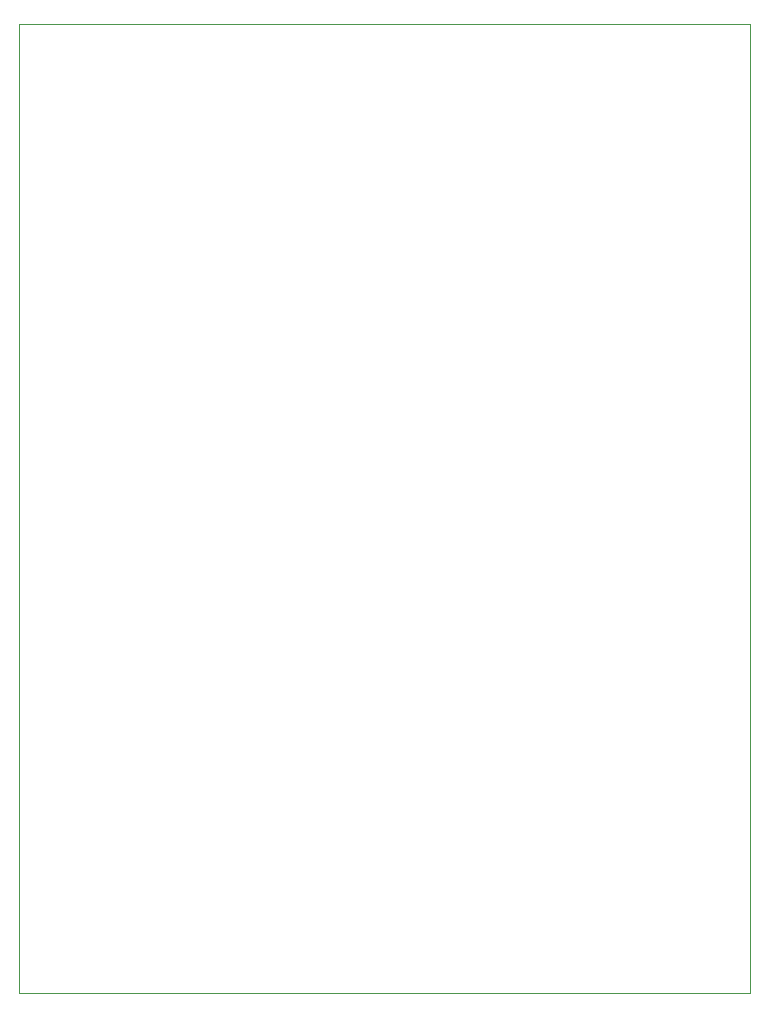
<source format=gbr>
%TF.GenerationSoftware,KiCad,Pcbnew,8.0.1+b2*%
%TF.CreationDate,2025-07-27T15:44:50+02:00*%
%TF.ProjectId,Hackpad,4861636b-7061-4642-9e6b-696361645f70,rev?*%
%TF.SameCoordinates,Original*%
%TF.FileFunction,Profile,NP*%
%FSLAX46Y46*%
G04 Gerber Fmt 4.6, Leading zero omitted, Abs format (unit mm)*
G04 Created by KiCad (PCBNEW 8.0.1+b2) date 2025-07-27 15:44:50*
%MOMM*%
%LPD*%
G01*
G04 APERTURE LIST*
%TA.AperFunction,Profile*%
%ADD10C,0.050000*%
%TD*%
G04 APERTURE END LIST*
D10*
X47625000Y-41772658D02*
X109537500Y-41772658D01*
X109537500Y-123825000D01*
X47625000Y-123825000D01*
X47625000Y-41772658D01*
M02*

</source>
